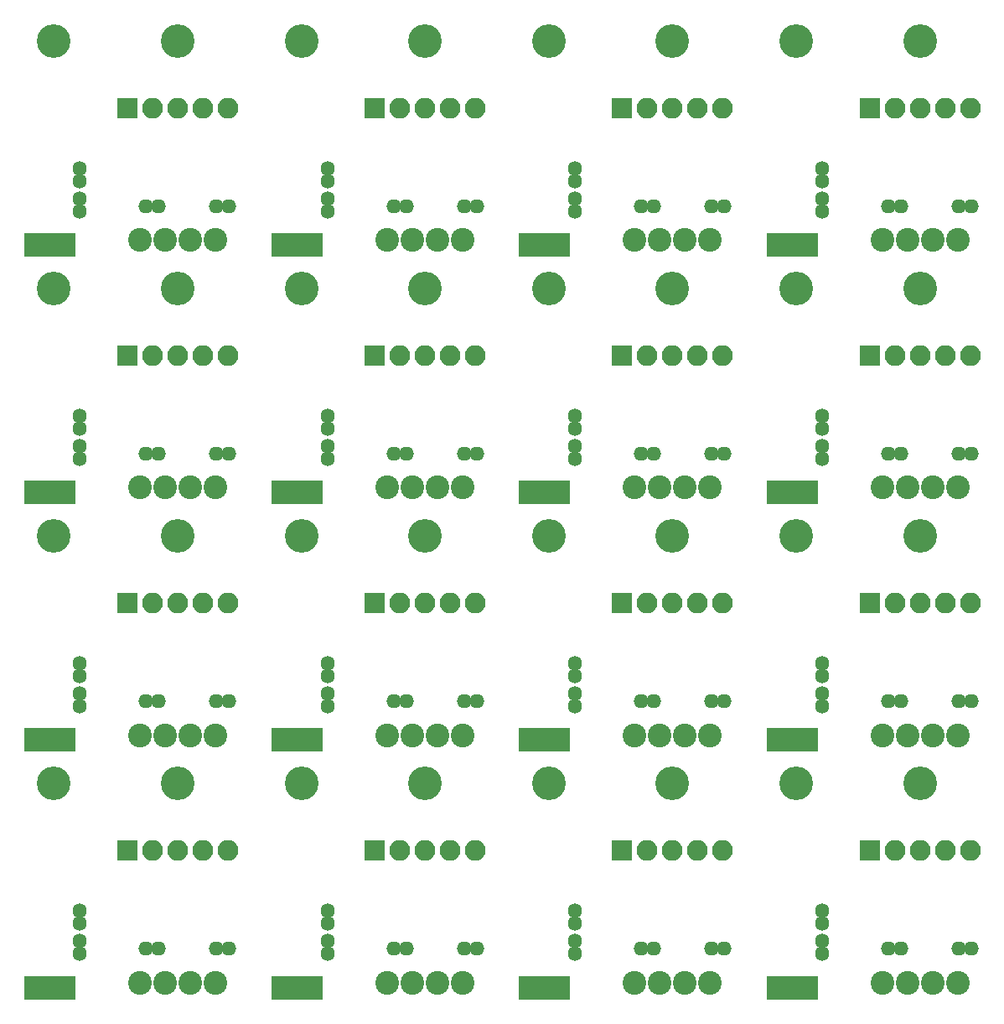
<source format=gbs>
G04 #@! TF.FileFunction,Soldermask,Bot*
%FSLAX46Y46*%
G04 Gerber Fmt 4.6, Leading zero omitted, Abs format (unit mm)*
G04 Created by KiCad (PCBNEW 4.0.6) date 11/11/17 16:17:48*
%MOMM*%
%LPD*%
G01*
G04 APERTURE LIST*
%ADD10C,0.100000*%
%ADD11R,1.400000X2.400000*%
%ADD12O,3.400000X3.400000*%
%ADD13O,1.400000X1.500000*%
%ADD14C,2.400000*%
%ADD15O,1.500000X1.400000*%
%ADD16R,2.100000X2.100000*%
%ADD17O,2.100000X2.100000*%
G04 APERTURE END LIST*
D10*
D11*
X118175000Y-133595000D03*
X119445000Y-133595000D03*
X120715000Y-133595000D03*
X121985000Y-133595000D03*
D12*
X120500000Y-113000000D03*
D13*
X123128000Y-125856000D03*
X123128000Y-127126000D03*
X123128000Y-128904000D03*
X123128000Y-130174000D03*
X123128000Y-103904000D03*
X123128000Y-105174000D03*
X123128000Y-100856000D03*
X123128000Y-102126000D03*
D12*
X120500000Y-88000000D03*
D11*
X118175000Y-108595000D03*
X119445000Y-108595000D03*
X120715000Y-108595000D03*
X121985000Y-108595000D03*
X118175000Y-58595000D03*
X119445000Y-58595000D03*
X120715000Y-58595000D03*
X121985000Y-58595000D03*
D12*
X120500000Y-38000000D03*
D13*
X123128000Y-50856000D03*
X123128000Y-52126000D03*
X123128000Y-53904000D03*
X123128000Y-55174000D03*
X123128000Y-78904000D03*
X123128000Y-80174000D03*
X123128000Y-75856000D03*
X123128000Y-77126000D03*
D12*
X120500000Y-63000000D03*
D11*
X118175000Y-83595000D03*
X119445000Y-83595000D03*
X120715000Y-83595000D03*
X121985000Y-83595000D03*
D12*
X133000000Y-63000000D03*
D14*
X136795000Y-83095000D03*
X134255000Y-83095000D03*
X131715000Y-83095000D03*
X129175000Y-83095000D03*
D15*
X131080000Y-79666000D03*
X129810000Y-79666000D03*
X138192000Y-79666000D03*
X136922000Y-79666000D03*
D16*
X127905000Y-69760000D03*
D17*
X130445000Y-69760000D03*
X132985000Y-69760000D03*
X135525000Y-69760000D03*
X138065000Y-69760000D03*
D16*
X127905000Y-44760000D03*
D17*
X130445000Y-44760000D03*
X132985000Y-44760000D03*
X135525000Y-44760000D03*
X138065000Y-44760000D03*
D15*
X138192000Y-54666000D03*
X136922000Y-54666000D03*
X131080000Y-54666000D03*
X129810000Y-54666000D03*
D14*
X136795000Y-58095000D03*
X134255000Y-58095000D03*
X131715000Y-58095000D03*
X129175000Y-58095000D03*
D12*
X133000000Y-38000000D03*
X133000000Y-88000000D03*
D14*
X136795000Y-108095000D03*
X134255000Y-108095000D03*
X131715000Y-108095000D03*
X129175000Y-108095000D03*
D15*
X131080000Y-104666000D03*
X129810000Y-104666000D03*
X138192000Y-104666000D03*
X136922000Y-104666000D03*
D16*
X127905000Y-94760000D03*
D17*
X130445000Y-94760000D03*
X132985000Y-94760000D03*
X135525000Y-94760000D03*
X138065000Y-94760000D03*
D16*
X127905000Y-119760000D03*
D17*
X130445000Y-119760000D03*
X132985000Y-119760000D03*
X135525000Y-119760000D03*
X138065000Y-119760000D03*
D15*
X138192000Y-129666000D03*
X136922000Y-129666000D03*
X131080000Y-129666000D03*
X129810000Y-129666000D03*
D14*
X136795000Y-133095000D03*
X134255000Y-133095000D03*
X131715000Y-133095000D03*
X129175000Y-133095000D03*
D12*
X133000000Y-113000000D03*
X158000000Y-113000000D03*
D14*
X161795000Y-133095000D03*
X159255000Y-133095000D03*
X156715000Y-133095000D03*
X154175000Y-133095000D03*
D15*
X156080000Y-129666000D03*
X154810000Y-129666000D03*
X163192000Y-129666000D03*
X161922000Y-129666000D03*
D16*
X152905000Y-119760000D03*
D17*
X155445000Y-119760000D03*
X157985000Y-119760000D03*
X160525000Y-119760000D03*
X163065000Y-119760000D03*
D16*
X152905000Y-94760000D03*
D17*
X155445000Y-94760000D03*
X157985000Y-94760000D03*
X160525000Y-94760000D03*
X163065000Y-94760000D03*
D15*
X163192000Y-104666000D03*
X161922000Y-104666000D03*
X156080000Y-104666000D03*
X154810000Y-104666000D03*
D14*
X161795000Y-108095000D03*
X159255000Y-108095000D03*
X156715000Y-108095000D03*
X154175000Y-108095000D03*
D12*
X158000000Y-88000000D03*
X158000000Y-38000000D03*
D14*
X161795000Y-58095000D03*
X159255000Y-58095000D03*
X156715000Y-58095000D03*
X154175000Y-58095000D03*
D15*
X156080000Y-54666000D03*
X154810000Y-54666000D03*
X163192000Y-54666000D03*
X161922000Y-54666000D03*
D16*
X152905000Y-44760000D03*
D17*
X155445000Y-44760000D03*
X157985000Y-44760000D03*
X160525000Y-44760000D03*
X163065000Y-44760000D03*
D16*
X152905000Y-69760000D03*
D17*
X155445000Y-69760000D03*
X157985000Y-69760000D03*
X160525000Y-69760000D03*
X163065000Y-69760000D03*
D15*
X163192000Y-79666000D03*
X161922000Y-79666000D03*
X156080000Y-79666000D03*
X154810000Y-79666000D03*
D14*
X161795000Y-83095000D03*
X159255000Y-83095000D03*
X156715000Y-83095000D03*
X154175000Y-83095000D03*
D12*
X158000000Y-63000000D03*
D11*
X143175000Y-83595000D03*
X144445000Y-83595000D03*
X145715000Y-83595000D03*
X146985000Y-83595000D03*
D12*
X145500000Y-63000000D03*
D13*
X148128000Y-75856000D03*
X148128000Y-77126000D03*
X148128000Y-78904000D03*
X148128000Y-80174000D03*
X148128000Y-53904000D03*
X148128000Y-55174000D03*
X148128000Y-50856000D03*
X148128000Y-52126000D03*
D12*
X145500000Y-38000000D03*
D11*
X143175000Y-58595000D03*
X144445000Y-58595000D03*
X145715000Y-58595000D03*
X146985000Y-58595000D03*
X143175000Y-108595000D03*
X144445000Y-108595000D03*
X145715000Y-108595000D03*
X146985000Y-108595000D03*
D12*
X145500000Y-88000000D03*
D13*
X148128000Y-100856000D03*
X148128000Y-102126000D03*
X148128000Y-103904000D03*
X148128000Y-105174000D03*
X148128000Y-128904000D03*
X148128000Y-130174000D03*
X148128000Y-125856000D03*
X148128000Y-127126000D03*
D12*
X145500000Y-113000000D03*
D11*
X143175000Y-133595000D03*
X144445000Y-133595000D03*
X145715000Y-133595000D03*
X146985000Y-133595000D03*
X93175000Y-133595000D03*
X94445000Y-133595000D03*
X95715000Y-133595000D03*
X96985000Y-133595000D03*
D12*
X95500000Y-113000000D03*
D13*
X98128000Y-125856000D03*
X98128000Y-127126000D03*
X98128000Y-128904000D03*
X98128000Y-130174000D03*
X98128000Y-103904000D03*
X98128000Y-105174000D03*
X98128000Y-100856000D03*
X98128000Y-102126000D03*
D12*
X95500000Y-88000000D03*
D11*
X93175000Y-108595000D03*
X94445000Y-108595000D03*
X95715000Y-108595000D03*
X96985000Y-108595000D03*
X93175000Y-58595000D03*
X94445000Y-58595000D03*
X95715000Y-58595000D03*
X96985000Y-58595000D03*
D12*
X95500000Y-38000000D03*
D13*
X98128000Y-50856000D03*
X98128000Y-52126000D03*
X98128000Y-53904000D03*
X98128000Y-55174000D03*
X98128000Y-78904000D03*
X98128000Y-80174000D03*
X98128000Y-75856000D03*
X98128000Y-77126000D03*
D12*
X95500000Y-63000000D03*
D11*
X93175000Y-83595000D03*
X94445000Y-83595000D03*
X95715000Y-83595000D03*
X96985000Y-83595000D03*
D12*
X108000000Y-63000000D03*
D14*
X111795000Y-83095000D03*
X109255000Y-83095000D03*
X106715000Y-83095000D03*
X104175000Y-83095000D03*
D15*
X106080000Y-79666000D03*
X104810000Y-79666000D03*
X113192000Y-79666000D03*
X111922000Y-79666000D03*
D16*
X102905000Y-69760000D03*
D17*
X105445000Y-69760000D03*
X107985000Y-69760000D03*
X110525000Y-69760000D03*
X113065000Y-69760000D03*
D16*
X102905000Y-44760000D03*
D17*
X105445000Y-44760000D03*
X107985000Y-44760000D03*
X110525000Y-44760000D03*
X113065000Y-44760000D03*
D15*
X113192000Y-54666000D03*
X111922000Y-54666000D03*
X106080000Y-54666000D03*
X104810000Y-54666000D03*
D14*
X111795000Y-58095000D03*
X109255000Y-58095000D03*
X106715000Y-58095000D03*
X104175000Y-58095000D03*
D12*
X108000000Y-38000000D03*
X108000000Y-88000000D03*
D14*
X111795000Y-108095000D03*
X109255000Y-108095000D03*
X106715000Y-108095000D03*
X104175000Y-108095000D03*
D15*
X106080000Y-104666000D03*
X104810000Y-104666000D03*
X113192000Y-104666000D03*
X111922000Y-104666000D03*
D16*
X102905000Y-94760000D03*
D17*
X105445000Y-94760000D03*
X107985000Y-94760000D03*
X110525000Y-94760000D03*
X113065000Y-94760000D03*
D16*
X102905000Y-119760000D03*
D17*
X105445000Y-119760000D03*
X107985000Y-119760000D03*
X110525000Y-119760000D03*
X113065000Y-119760000D03*
D15*
X113192000Y-129666000D03*
X111922000Y-129666000D03*
X106080000Y-129666000D03*
X104810000Y-129666000D03*
D14*
X111795000Y-133095000D03*
X109255000Y-133095000D03*
X106715000Y-133095000D03*
X104175000Y-133095000D03*
D12*
X108000000Y-113000000D03*
X83000000Y-113000000D03*
D14*
X86795000Y-133095000D03*
X84255000Y-133095000D03*
X81715000Y-133095000D03*
X79175000Y-133095000D03*
D15*
X81080000Y-129666000D03*
X79810000Y-129666000D03*
X88192000Y-129666000D03*
X86922000Y-129666000D03*
D16*
X77905000Y-119760000D03*
D17*
X80445000Y-119760000D03*
X82985000Y-119760000D03*
X85525000Y-119760000D03*
X88065000Y-119760000D03*
D16*
X77905000Y-94760000D03*
D17*
X80445000Y-94760000D03*
X82985000Y-94760000D03*
X85525000Y-94760000D03*
X88065000Y-94760000D03*
D15*
X88192000Y-104666000D03*
X86922000Y-104666000D03*
X81080000Y-104666000D03*
X79810000Y-104666000D03*
D14*
X86795000Y-108095000D03*
X84255000Y-108095000D03*
X81715000Y-108095000D03*
X79175000Y-108095000D03*
D12*
X83000000Y-88000000D03*
X83000000Y-38000000D03*
D14*
X86795000Y-58095000D03*
X84255000Y-58095000D03*
X81715000Y-58095000D03*
X79175000Y-58095000D03*
D15*
X81080000Y-54666000D03*
X79810000Y-54666000D03*
X88192000Y-54666000D03*
X86922000Y-54666000D03*
D16*
X77905000Y-44760000D03*
D17*
X80445000Y-44760000D03*
X82985000Y-44760000D03*
X85525000Y-44760000D03*
X88065000Y-44760000D03*
D16*
X77905000Y-69760000D03*
D17*
X80445000Y-69760000D03*
X82985000Y-69760000D03*
X85525000Y-69760000D03*
X88065000Y-69760000D03*
D15*
X88192000Y-79666000D03*
X86922000Y-79666000D03*
X81080000Y-79666000D03*
X79810000Y-79666000D03*
D14*
X86795000Y-83095000D03*
X84255000Y-83095000D03*
X81715000Y-83095000D03*
X79175000Y-83095000D03*
D12*
X83000000Y-63000000D03*
D11*
X68175000Y-83595000D03*
X69445000Y-83595000D03*
X70715000Y-83595000D03*
X71985000Y-83595000D03*
D12*
X70500000Y-63000000D03*
D13*
X73128000Y-75856000D03*
X73128000Y-77126000D03*
X73128000Y-78904000D03*
X73128000Y-80174000D03*
X73128000Y-53904000D03*
X73128000Y-55174000D03*
X73128000Y-50856000D03*
X73128000Y-52126000D03*
D12*
X70500000Y-38000000D03*
D11*
X68175000Y-58595000D03*
X69445000Y-58595000D03*
X70715000Y-58595000D03*
X71985000Y-58595000D03*
X68175000Y-108595000D03*
X69445000Y-108595000D03*
X70715000Y-108595000D03*
X71985000Y-108595000D03*
D12*
X70500000Y-88000000D03*
D13*
X73128000Y-100856000D03*
X73128000Y-102126000D03*
X73128000Y-103904000D03*
X73128000Y-105174000D03*
X73128000Y-128904000D03*
X73128000Y-130174000D03*
X73128000Y-125856000D03*
X73128000Y-127126000D03*
D12*
X70500000Y-113000000D03*
D11*
X68175000Y-133595000D03*
X69445000Y-133595000D03*
X70715000Y-133595000D03*
X71985000Y-133595000D03*
M02*

</source>
